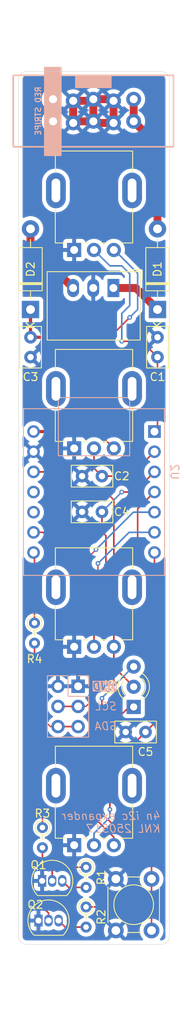
<source format=kicad_pcb>
(kicad_pcb (version 20240108) (generator "pcbnew") (generator_version "8.0")
  (layers (0 "F.Cu" signal) (31 "B.Cu" signal) (34 "B.Paste" user) (35 "F.Paste" user) (36 "B.SilkS" user "B.Silkscreen") (37 "F.SilkS" user "F.Silkscreen") (38 "B.Mask" user) (39 "F.Mask" user) (44 "Edge.Cuts" user))
  (net 0 "")
  (net 1 "+12V")
  (net 2 "Net-(J1--12V-Pad1)")
  (net 3 "GND")
  (net 4 "+5V")
  (net 5 "SCL")
  (net 6 "SW_1")
  (net 7 "P2_F")
  (net 8 "SDA")
  (net 9 "P3_F")
  (net 10 "P1_F")
  (net 11 "Net-(D1-A)")
  (net 12 "Net-(D2-A)")
  (net 13 "+3V3")
  (net 14 "P4_F")
  (net 17 "Net-(D3-K1)")
  (net 18 "Net-(D3-K2)")
  (net 19 "Net-(Q1-C)")
  (net 20 "Net-(Q2-C)")
  (net 21 "Net-(Q1-B)")
  (net 22 "Net-(Q2-B)")
  (net 23 "Net-(U2-PA7_A8_D8_SCK)")
  (net 24 "Net-(U2-PB09_A7_D7_RX)")
  (footprint "winterbloom:Tactile_Switch_6mm" (layer "F.Cu") (at 120 155 -90)
    (property "Reference" "SW1" (hide yes))
    (property "Value" "SW_Push" (hide yes))
    (fp_line (start -2.25 3.25) (end 2.25 3.25) (stroke (width 0.12)) (layer "F.SilkS"))
    (fp_line (start 3.5 0.75) (end 3.5 -0.75) (stroke (width 0.12)) (layer "F.SilkS"))
    (fp_line (start -3.5 -0.75) (end -3.5 0.75) (stroke (width 0.12)) (layer "F.SilkS"))
    (fp_line (start 2.25 -3.25) (end -2.25 -3.25) (stroke (width 0.12)) (layer "F.SilkS"))
    (fp_circle (center 0 0) (end 2.5 0) (stroke (width 0.12)) (fill none) (layer "F.SilkS"))
    (pad "1" thru_hole circle (at -3.25 -2.25) (size 2 2) (drill 1.1) (layers "*.Cu" "*.Mask") (net 6 "SW_1"))
    (pad "1" thru_hole circle (at 3.25 -2.25) (size 2 2) (drill 1.1) (layers "*.Cu" "*.Mask") (net 6 "SW_1"))
    (pad "2" thru_hole circle (at -3.25 2.25) (size 2 2) (drill 1.1) (layers "*.Cu" "*.Mask") (net 3 "GND"))
    (pad "2" thru_hole circle (at 3.25 2.25) (size 2 2) (drill 1.1) (layers "*.Cu" "*.Mask") (net 3 "GND"))
  )
  (footprint "Diode_THT:D_DO-41_SOD81_P10.16mm_Horizontal" (layer "F.Cu") (at 107 80 90)
    (property "Reference" "D2" (at 5.08 0 90) (layer "F.SilkS"))
    (property "Value" "1N5819")
    (fp_line (start 7.8 -1.47) (end 2.36 -1.47) (stroke (width 0.12)) (layer "F.SilkS"))
    (fp_line (start 3.38 -1.47) (end 3.38 1.47) (stroke (width 0.12)) (layer "F.SilkS"))
    (fp_line (start 3.26 -1.47) (end 3.26 1.47) (stroke (width 0.12)) (layer "F.SilkS"))
    (fp_line (start 3.14 -1.47) (end 3.14 1.47) (stroke (width 0.12)) (layer "F.SilkS"))
    (fp_line (start 2.36 -1.47) (end 2.36 1.47) (stroke (width 0.12)) (layer "F.SilkS"))
    (fp_line (start 8.82 0) (end 7.8 0) (stroke (width 0.12)) (layer "F.SilkS"))
    (fp_line (start 1.34 0) (end 2.36 0) (stroke (width 0.12)) (layer "F.SilkS"))
    (fp_line (start 7.8 1.47) (end 7.8 -1.47) (stroke (width 0.12)) (layer "F.SilkS"))
    (fp_line (start 2.36 1.47) (end 7.8 1.47) (stroke (width 0.12)) (layer "F.SilkS"))
    (fp_text user "K" (at -2 0 -90) (layer "F.SilkS"))
    (pad "1" thru_hole rect (at 0 0 90) (size 2.2 2.2) (drill 1.1) (layers "*.Cu" "*.Mask") (net 4 "+5V"))
    (pad "2" thru_hole oval (at 10.16 0 90) (size 2.2 2.2) (drill 1.1) (layers "*.Cu" "*.Mask") (net 12 "Net-(D2-A)"))
  )
  (footprint "winterbloom:Potentiometer_Alpha_R0904N" (layer "F.Cu") (at 115 65)
    (property "Reference" "RV1")
    (property "Value" "Eurorack_Pot" (hide yes))
    (fp_line (start -4.88 6.62) (end -4.88 2.34634) (stroke (width 0.12)) (layer "F.SilkS"))
    (fp_line (start -4.87 -2.34504) (end -4.87 -4.97) (stroke (width 0.12)) (layer "F.SilkS"))
    (fp_line (start -3.69 6.62) (end -4.87 6.62) (stroke (width 0.12)) (layer "F.SilkS"))
    (fp_line (start -0.79 6.62) (end -1.32 6.62) (stroke (width 0.12)) (layer "F.SilkS"))
    (fp_line (start 1.66 6.62) (end 0.83 6.62) (stroke (width 0.12)) (layer "F.SilkS"))
    (fp_line (start 4.87 -4.97) (end -4.87 -4.97) (stroke (width 0.12)) (layer "F.SilkS"))
    (fp_line (start 4.87 -2.3298) (end 4.87 -4.97) (stroke (width 0.12)) (layer "F.SilkS"))
    (fp_line (start 4.87 6.62) (end 3.38 6.62) (stroke (width 0.12)) (layer "F.SilkS"))
    (fp_line (start 4.87 6.62) (end 4.87 2.32602) (stroke (width 0.12)) (layer "F.SilkS"))
    (pad "" thru_hole oval (at -4.8 0 180) (size 2.5 4.5) (drill oval 1.1 3) (layers "*.Cu" "*.Mask"))
    (pad "" thru_hole oval (at 4.8 0 180) (size 2.5 4.5) (drill oval 1.1 3) (layers "*.Cu" "*.Mask"))
    (pad "1" thru_hole rect (at -2.5 7.5 180) (size 1.8 1.8) (drill 1) (layers "*.Cu" "*.Mask") (net 3 "GND"))
    (pad "2" thru_hole circle (at 0 7.5 180) (size 1.8 1.8) (drill 1) (layers "*.Cu" "*.Mask") (net 10 "P1_F"))
    (pad "3" thru_hole circle (at 2.5 7.5 180) (size 1.8 1.8) (drill 1) (layers "*.Cu" "*.Mask") (net 13 "+3V3"))
  )
  (footprint "Resistor_THT:R_Axial_DIN0204_L3.6mm_D1.6mm_P2.54mm_Vertical" (layer "F.Cu") (at 108.5 145.28 -90)
    (property "Reference" "R3" (at -1.78 0 0) (layer "F.SilkS"))
    (property "Value" "R")
    (fp_line (start 0.92 0) (end 1.54 0) (stroke (width 0.12)) (layer "F.SilkS"))
    (fp_circle (center 0 0) (end 0.92 0) (stroke (width 0.12)) (fill none) (layer "F.SilkS"))
    (pad "1" thru_hole circle (at 0 0 270) (size 1.4 1.4) (drill 0.7) (layers "*.Cu" "*.Mask") (net 23 "Net-(U2-PA7_A8_D8_SCK)"))
    (pad "2" thru_hole oval (at 2.54 0 270) (size 1.4 1.4) (drill 0.7) (layers "*.Cu" "*.Mask") (net 21 "Net-(Q1-B)"))
  )
  (footprint "Converter_DCDC:Converter_DCDC_RECOM_R-78E-0.5_THT" (layer "F.Cu") (at 117.447 77.2925 180)
    (property "Reference" "U1" (hide yes))
    (property "Value" "R-78E5.0-0.5")
    (fp_line (start 8.35 -6.56) (end 8.35 2.06) (stroke (width 0.12)) (layer "F.SilkS"))
    (fp_line (start -3.371 2.06) (end 8.35 2.06) (stroke (width 0.12)) (layer "F.SilkS"))
    (fp_line (start -3.371 -6.56) (end 8.35 -6.56) (stroke (width 0.12)) (layer "F.SilkS"))
    (fp_line (start -3.371 -6.56) (end -3.371 2.06) (stroke (width 0.12)) (layer "F.SilkS"))
    (fp_line (start -3.611 2.3) (end -2.371 2.3) (stroke (width 0.12)) (layer "F.SilkS"))
    (fp_line (start -3.611 1.06) (end -3.611 2.3) (stroke (width 0.12)) (layer "F.SilkS"))
    (pad "1" thru_hole rect (at 0 0 180) (size 1.5 2.3) (drill 1) (layers "*.Cu" "*.Mask") (net 1 "+12V"))
    (pad "2" thru_hole oval (at 2.54 0 180) (size 1.5 2.3) (drill 1) (layers "*.Cu" "*.Mask") (net 3 "GND"))
    (pad "3" thru_hole oval (at 5.08 0 180) (size 1.5 2.3) (drill 1) (layers "*.Cu" "*.Mask") (net 12 "Net-(D2-A)"))
  )
  (footprint "Resistor_THT:R_Axial_DIN0204_L3.6mm_D1.6mm_P2.54mm_Vertical" (layer "F.Cu") (at 107.5 119.5 -90)
    (property "Reference" "R4" (at 4.54 0 180) (layer "F.SilkS"))
    (property "Value" "R")
    (fp_line (start 0.92 0) (end 1.54 0) (stroke (width 0.12)) (layer "F.SilkS"))
    (fp_circle (center 0 0) (end 0.92 0) (stroke (width 0.12)) (fill none) (layer "F.SilkS"))
    (pad "1" thru_hole circle (at 0 0 270) (size 1.4 1.4) (drill 0.7) (layers "*.Cu" "*.Mask") (net 24 "Net-(U2-PB09_A7_D7_RX)"))
    (pad "2" thru_hole oval (at 2.54 0 270) (size 1.4 1.4) (drill 0.7) (layers "*.Cu" "*.Mask") (net 22 "Net-(Q2-B)"))
  )
  (footprint "Capacitor_THT:C_Disc_D5.0mm_W2.5mm_P2.50mm" (layer "F.Cu") (at 116 105.5 180)
    (property "Reference" "C4" (at -2.5 0 0) (layer "F.SilkS"))
    (property "Value" "C")
    (fp_line (start 3.87 -1.37) (end 3.87 1.37) (stroke (width 0.12)) (layer "F.SilkS"))
    (fp_line (start -1.37 1.37) (end 3.87 1.37) (stroke (width 0.12)) (layer "F.SilkS"))
    (fp_line (start -1.37 -1.37) (end 3.87 -1.37) (stroke (width 0.12)) (layer "F.SilkS"))
    (fp_line (start -1.37 -1.37) (end -1.37 1.37) (stroke (width 0.12)) (layer "F.SilkS"))
    (pad "1" thru_hole circle (at 0 0 180) (size 1.6 1.6) (drill 0.8) (layers "*.Cu" "*.Mask") (net 9 "P3_F"))
    (pad "2" thru_hole circle (at 2.5 0 180) (size 1.6 1.6) (drill 0.8) (layers "*.Cu" "*.Mask") (net 3 "GND"))
  )
  (footprint "Package_TO_SOT_THT:TO-92_Inline" (layer "F.Cu") (at 108 157)
    (property "Reference" "Q2" (at -0.387675 -2.007106 0) (layer "F.SilkS"))
    (property "Value" "PN2222A")
    (fp_line (start -0.53 1.85) (end 3.07 1.85) (stroke (width 0.12)) (layer "F.SilkS"))
    (fp_arc (start -0.568478 1.838478) (mid -1.132087 -0.994977) (end 1.27 -2.6) (stroke (width 0.12)) (layer "F.SilkS"))
    (fp_arc (start 1.27 -2.6) (mid 3.672087 -0.994977) (end 3.108478 1.838478) (stroke (width 0.12)) (layer "F.SilkS"))
    (pad "1" thru_hole rect (at 0 0) (size 1.05 1.5) (drill 0.75) (layers "*.Cu" "*.Mask") (net 3 "GND"))
    (pad "2" thru_hole oval (at 1.27 0) (size 1.05 1.5) (drill 0.75) (layers "*.Cu" "*.Mask") (net 22 "Net-(Q2-B)"))
    (pad "3" thru_hole oval (at 2.54 0) (size 1.05 1.5) (drill 0.75) (layers "*.Cu" "*.Mask") (net 20 "Net-(Q2-C)"))
  )
  (footprint "LED_THT:LED_D3.0mm-3" (layer "F.Cu") (at 120 130.08 90)
    (property "Reference" "D3" (at 2.54 -2.96 90) (layer "F.SilkS"))
    (property "Value" "LED_Dual_KAK")
    (fp_line (start 0.98 -1.236) (end 0.98 -1.08) (stroke (width 0.12)) (layer "F.SilkS"))
    (fp_line (start 0.98 1.08) (end 0.98 1.236) (stroke (width 0.12)) (layer "F.SilkS"))
    (fp_arc (start 0.98 -1.235516) (mid 2.635624 -1.987701) (end 4.211397 -1.080061) (stroke (width 0.12)) (layer "F.SilkS"))
    (fp_arc (start 1.499039 -1.08) (mid 2.539965 -1.5) (end 3.58091 -1.080049) (stroke (width 0.12)) (layer "F.SilkS"))
    (fp_arc (start 3.58091 1.080049) (mid 2.539965 1.5) (end 1.499039 1.08) (stroke (width 0.12)) (layer "F.SilkS"))
    (fp_arc (start 4.211397 1.080061) (mid 2.635624 1.987701) (end 0.98 1.235516) (stroke (width 0.12)) (layer "F.SilkS"))
    (pad "1" thru_hole rect (at 0 0 90) (size 1.8 1.8) (drill 0.9) (layers "*.Cu" "*.Mask") (net 17 "Net-(D3-K1)"))
    (pad "2" thru_hole circle (at 2.54 0 90) (size 1.8 1.8) (drill 0.9) (layers "*.Cu" "*.Mask") (net 13 "+3V3"))
    (pad "3" thru_hole circle (at 5.08 0 90) (size 1.8 1.8) (drill 0.9) (layers "*.Cu" "*.Mask") (net 18 "Net-(D3-K2)"))
  )
  (footprint "Package_TO_SOT_THT:TO-92_Inline" (layer "F.Cu") (at 108.46 152)
    (property "Reference" "Q1" (at -0.46 -2 180) (layer "F.SilkS"))
    (property "Value" "PN2222A")
    (fp_line (start -0.53 1.85) (end 3.07 1.85) (stroke (width 0.12)) (layer "F.SilkS"))
    (fp_arc (start -0.568478 1.838478) (mid -1.132087 -0.994977) (end 1.27 -2.6) (stroke (width 0.12)) (layer "F.SilkS"))
    (fp_arc (start 1.27 -2.6) (mid 3.672087 -0.994977) (end 3.108478 1.838478) (stroke (width 0.12)) (layer "F.SilkS"))
    (pad "1" thru_hole rect (at 0 0) (size 1.05 1.5) (drill 0.75) (layers "*.Cu" "*.Mask") (net 3 "GND"))
    (pad "2" thru_hole oval (at 1.27 0) (size 1.05 1.5) (drill 0.75) (layers "*.Cu" "*.Mask") (net 21 "Net-(Q1-B)"))
    (pad "3" thru_hole oval (at 2.54 0) (size 1.05 1.5) (drill 0.75) (layers "*.Cu" "*.Mask") (net 19 "Net-(Q1-C)"))
  )
  (footprint "winterbloom:Potentiometer_Alpha_R0904N" (layer "F.Cu") (at 115 140)
    (property "Reference" "RV4")
    (property "Value" "Eurorack_Pot" (hide yes))
    (fp_line (start -4.88 6.62) (end -4.88 2.34634) (stroke (width 0.12)) (layer "F.SilkS"))
    (fp_line (start -4.87 -2.34504) (end -4.87 -4.97) (stroke (width 0.12)) (layer "F.SilkS"))
    (fp_line (start -3.69 6.62) (end -4.87 6.62) (stroke (width 0.12)) (layer "F.SilkS"))
    (fp_line (start -0.79 6.62) (end -1.32 6.62) (stroke (width 0.12)) (layer "F.SilkS"))
    (fp_line (start 1.66 6.62) (end 0.83 6.62) (stroke (width 0.12)) (layer "F.SilkS"))
    (fp_line (start 4.87 -4.97) (end -4.87 -4.97) (stroke (width 0.12)) (layer "F.SilkS"))
    (fp_line (start 4.87 -2.3298) (end 4.87 -4.97) (stroke (width 0.12)) (layer "F.SilkS"))
    (fp_line (start 4.87 6.62) (end 3.38 6.62) (stroke (width 0.12)) (layer "F.SilkS"))
    (fp_line (start 4.87 6.62) (end 4.87 2.32602) (stroke (width 0.12)) (layer "F.SilkS"))
    (pad "" thru_hole oval (at -4.8 0 180) (size 2.5 4.5) (drill oval 1.1 3) (layers "*.Cu" "*.Mask"))
    (pad "" thru_hole oval (at 4.8 0 180) (size 2.5 4.5) (drill oval 1.1 3) (layers "*.Cu" "*.Mask"))
    (pad "1" thru_hole rect (at -2.5 7.5 180) (size 1.8 1.8) (drill 1) (layers "*.Cu" "*.Mask") (net 3 "GND"))
    (pad "2" thru_hole circle (at 0 7.5 180) (size 1.8 1.8) (drill 1) (layers "*.Cu" "*.Mask") (net 14 "P4_F"))
    (pad "3" thru_hole circle (at 2.5 7.5 180) (size 1.8 1.8) (drill 1) (layers "*.Cu" "*.Mask") (net 13 "+3V3"))
  )
  (footprint "Capacitor_THT:C_Disc_D5.0mm_W2.5mm_P2.50mm" (layer "F.Cu") (at 121.491144 133.241144 180)
    (property "Reference" "C5" (at 0 -2.5 0) (layer "F.SilkS"))
    (property "Value" "C")
    (fp_line (start 3.87 -1.37) (end 3.87 1.37) (stroke (width 0.12)) (layer "F.SilkS"))
    (fp_line (start -1.37 1.37) (end 3.87 1.37) (stroke (width 0.12)) (layer "F.SilkS"))
    (fp_line (start -1.37 -1.37) (end 3.87 -1.37) (stroke (width 0.12)) (layer "F.SilkS"))
    (fp_line (start -1.37 -1.37) (end -1.37 1.37) (stroke (width 0.12)) (layer "F.SilkS"))
    (pad "1" thru_hole circle (at 0 0 180) (size 1.6 1.6) (drill 0.8) (layers "*.Cu" "*.Mask") (net 14 "P4_F"))
    (pad "2" thru_hole circle (at 2.5 0 180) (size 1.6 1.6) (drill 0.8) (layers "*.Cu" "*.Mask") (net 3 "GND"))
  )
  (footprint "Resistor_THT:R_Axial_DIN0204_L3.6mm_D1.6mm_P2.54mm_Vertical" (layer "F.Cu") (at 114 150.28 -90)
    (property "Reference" "R1" (at 1.27 -1.92 90) (layer "F.SilkS"))
    (property "Value" "R")
    (fp_line (start 0.92 0) (end 1.54 0) (stroke (width 0.12)) (layer "F.SilkS"))
    (fp_circle (center 0 0) (end 0.92 0) (stroke (width 0.12)) (fill none) (layer "F.SilkS"))
    (pad "1" thru_hole circle (at 0 0 270) (size 1.4 1.4) (drill 0.7) (layers "*.Cu" "*.Mask") (net 18 "Net-(D3-K2)"))
    (pad "2" thru_hole oval (at 2.54 0 270) (size 1.4 1.4) (drill 0.7) (layers "*.Cu" "*.Mask") (net 19 "Net-(Q1-C)"))
  )
  (footprint "Capacitor_THT:C_Disc_D5.0mm_W2.5mm_P2.50mm" (layer "F.Cu") (at 116 101 180)
    (property "Reference" "C2" (at -2.5 0 0) (layer "F.SilkS"))
    (property "Value" "C")
    (fp_line (start 3.87 -1.37) (end 3.87 1.37) (stroke (width 0.12)) (layer "F.SilkS"))
    (fp_line (start -1.37 1.37) (end 3.87 1.37) (stroke (width 0.12)) (layer "F.SilkS"))
    (fp_line (start -1.37 -1.37) (end 3.87 -1.37) (stroke (width 0.12)) (layer "F.SilkS"))
    (fp_line (start -1.37 -1.37) (end -1.37 1.37) (stroke (width 0.12)) (layer "F.SilkS"))
    (pad "1" thru_hole circle (at 0 0 180) (size 1.6 1.6) (drill 0.8) (layers "*.Cu" "*.Mask") (net 7 "P2_F"))
    (pad "2" thru_hole circle (at 2.5 0 180) (size 1.6 1.6) (drill 0.8) (layers "*.Cu" "*.Mask") (net 3 "GND"))
  )
  (footprint "Diode_THT:D_DO-41_SOD81_P10.16mm_Horizontal" (layer "F.Cu") (at 123 80 90)
    (property "Reference" "D1" (at 5.08 0 90) (layer "F.SilkS"))
    (property "Value" "1N5819")
    (fp_line (start 7.8 -1.47) (end 2.36 -1.47) (stroke (width 0.12)) (layer "F.SilkS"))
    (fp_line (start 3.38 -1.47) (end 3.38 1.47) (stroke (width 0.12)) (layer "F.SilkS"))
    (fp_line (start 3.26 -1.47) (end 3.26 1.47) (stroke (width 0.12)) (layer "F.SilkS"))
    (fp_line (start 3.14 -1.47) (end 3.14 1.47) (stroke (width 0.12)) (layer "F.SilkS"))
    (fp_line (start 2.36 -1.47) (end 2.36 1.47) (stroke (width 0.12)) (layer "F.SilkS"))
    (fp_line (start 8.82 0) (end 7.8 0) (stroke (width 0.12)) (layer "F.SilkS"))
    (fp_line (start 1.34 0) (end 2.36 0) (stroke (width 0.12)) (layer "F.SilkS"))
    (fp_line (start 7.8 1.47) (end 7.8 -1.47) (stroke (width 0.12)) (layer "F.SilkS"))
    (fp_line (start 2.36 1.47) (end 7.8 1.47) (stroke (width 0.12)) (layer "F.SilkS"))
    (fp_text user "K" (at -1.92 0 90) (layer "F.SilkS"))
    (pad "1" thru_hole rect (at 0 0 90) (size 2.2 2.2) (drill 1.1) (layers "*.Cu" "*.Mask") (net 1 "+12V"))
    (pad "2" thru_hole oval (at 10.16 0 90) (size 2.2 2.2) (drill 1.1) (layers "*.Cu" "*.Mask") (net 11 "Net-(D1-A)"))
  )
  (footprint "winterbloom:Potentiometer_Alpha_R0904N" (layer "F.Cu") (at 115 90)
    (property "Reference" "RV2")
    (property "Value" "Eurorack_Pot" (hide yes))
    (fp_line (start -4.88 6.62) (end -4.88 2.34634) (stroke (width 0.12)) (layer "F.SilkS"))
    (fp_line (start -4.87 -2.34504) (end -4.87 -4.97) (stroke (width 0.12)) (layer "F.SilkS"))
    (fp_line (start -3.69 6.62) (end -4.87 6.62) (stroke (width 0.12)) (layer "F.SilkS"))
    (fp_line (start -0.79 6.62) (end -1.32 6.62) (stroke (width 0.12)) (layer "F.SilkS"))
    (fp_line (start 1.66 6.62) (end 0.83 6.62) (stroke (width 0.12)) (layer "F.SilkS"))
    (fp_line (start 4.87 -4.97) (end -4.87 -4.97) (stroke (width 0.12)) (layer "F.SilkS"))
    (fp_line (start 4.87 -2.3298) (end 4.87 -4.97) (stroke (width 0.12)) (layer "F.SilkS"))
    (fp_line (start 4.87 6.62) (end 3.38 6.62) (stroke (width 0.12)) (layer "F.SilkS"))
    (fp_line (start 4.87 6.62) (end 4.87 2.32602) (stroke (width 0.12)) (layer "F.SilkS"))
    (pad "" thru_hole oval (at -4.8 0 180) (size 2.5 4.5) (drill oval 1.1 3) (layers "*.Cu" "*.Mask"))
    (pad "" thru_hole oval (at 4.8 0 180) (size 2.5 4.5) (drill oval 1.1 3) (layers "*.Cu" "*.Mask"))
    (pad "1" thru_hole rect (at -2.5 7.5 180) (size 1.8 1.8) (drill 1) (layers "*.Cu" "*.Mask") (net 3 "GND"))
    (pad "2" thru_hole circle (at 0 7.5 180) (size 1.8 1.8) (drill 1) (layers "*.Cu" "*.Mask") (net 7 "P2_F"))
    (pad "3" thru_hole circle (at 2.5 7.5 180) (size 1.8 1.8) (drill 1) (layers "*.Cu" "*.Mask") (net 13 "+3V3"))
  )
  (footprint "winterbloom:Potentiometer_Alpha_R0904N" (layer "F.Cu") (at 115 115)
    (property "Reference" "RV3")
    (property "Value" "Eurorack_Pot" (hide yes))
    (fp_line (start -4.88 6.62) (end -4.88 2.34634) (stroke (width 0.12)) (layer "F.SilkS"))
    (fp_line (start -4.87 -2.34504) (end -4.87 -4.97) (stroke (width 0.12)) (layer "F.SilkS"))
    (fp_line (start -3.69 6.62) (end -4.87 6.62) (stroke (width 0.12)) (layer "F.SilkS"))
    (fp_line (start -0.79 6.62) (end -1.32 6.62) (stroke (width 0.12)) (layer "F.SilkS"))
    (fp_line (start 1.66 6.62) (end 0.83 6.62) (stroke (width 0.12)) (layer "F.SilkS"))
    (fp_line (start 4.87 -4.97) (end -4.87 -4.97) (stroke (width 0.12)) (layer "F.SilkS"))
    (fp_line (start 4.87 -2.3298) (end 4.87 -4.97) (stroke (width 0.12)) (layer "F.SilkS"))
    (fp_line (start 4.87 6.62) (end 3.38 6.62) (stroke (width 0.12)) (layer "F.SilkS"))
    (fp_line (start 4.87 6.62) (end 4.87 2.32602) (stroke (width 0.12)) (layer "F.SilkS"))
    (pad "" thru_hole oval (at -4.8 0 180) (size 2.5 4.5) (drill oval 1.1 3) (layers "*.Cu" "*.Mask"))
    (pad "" thru_hole oval (at 4.8 0 180) (size 2.5 4.5) (drill oval 1.1 3) (layers "*.Cu" "*.Mask"))
    (pad "1" thru_hole rect (at -2.5 7.5 180) (size 1.8 1.8) (drill 1) (layers "*.Cu" "*.Mask") (net 3 "GND"))
    (pad "2" thru_hole circle (at 0 7.5 180) (size 1.8 1.8) (drill 1) (layers "*.Cu" "*.Mask") (net 9 "P3_F"))
    (pad "3" thru_hole circle (at 2.5 7.5 180) (size 1.8 1.8) (drill 1) (layers "*.Cu" "*.Mask") (net 13 "+3V3"))
  )
  (footprint "Capacitor_THT:C_Disc_D5.0mm_W2.5mm_P2.50mm" (layer "F.Cu") (at 123 86 90)
    (property "Reference" "C1" (at -2.5 0 180) (layer "F.SilkS"))
    (property "Value" "C")
    (fp_line (start 3.87 -1.37) (end 3.87 1.37) (stroke (width 0.12)) (layer "F.SilkS"))
    (fp_line (start -1.37 -1.37) (end 3.87 -1.37) (stroke (width 0.12)) (layer "F.SilkS"))
    (fp_line (start -1.37 -1.37) (end -1.37 1.37) (stroke (width 0.12)) (layer "F.SilkS"))
    (fp_line (start -1.37 1.37) (end 3.87 1.37) (stroke (width 0.12)) (layer "F.SilkS"))
    (pad "1" thru_hole circle (at 0 0 90) (size 1.6 1.6) (drill 0.8) (layers "*.Cu" "*.Mask") (net 10 "P1_F"))
    (pad "2" thru_hole circle (at 2.5 0 90) (size 1.6 1.6) (drill 0.8) (layers "*.Cu" "*.Mask") (net 3 "GND"))
  )
  (footprint "Resistor_THT:R_Axial_DIN0204_L3.6mm_D1.6mm_P2.54mm_Vertical" (layer "F.Cu") (at 114 155.28 -90)
    (property "Reference" "R2" (at 1.27 -1.92 90) (layer "F.SilkS"))
    (property "Value" "R")
    (fp_line (start 0.92 0) (end 1.54 0) (stroke (width 0.12)) (layer "F.SilkS"))
    (fp_circle (center 0 0) (end 0.92 0) (stroke (width 0.12)) (fill none) (layer "F.SilkS"))
    (pad "1" thru_hole circle (at 0 0 270) (size 1.4 1.4) (drill 0.7) (layers "*.Cu" "*.Mask") (net 17 "Net-(D3-K1)"))
    (pad "2" thru_hole oval (at 2.54 0 270) (size 1.4 1.4) (drill 0.7) (layers "*.Cu" "*.Mask") (net 20 "Net-(Q2-C)"))
  )
  (footprint "Capacitor_THT:C_Disc_D5.0mm_W2.5mm_P2.50mm" (layer "F.Cu") (at 107 83.5 -90)
    (property "Reference" "C3" (at 5 0 0) (layer "F.SilkS"))
    (property "Value" "C")
    (fp_line (start -1.37 1.37) (end 3.87 1.37) (stroke (width 0.12)) (layer "F.SilkS"))
    (fp_line (start -1.37 -1.37) (end -1.37 1.37) (stroke (width 0.12)) (layer "F.SilkS"))
    (fp_line (start -1.37 -1.37) (end 3.87 -1.37) (stroke (width 0.12)) (layer "F.SilkS"))
    (fp_line (start 3.87 -1.37) (end 3.87 1.37) (stroke (width 0.12)) (layer "F.SilkS"))
    (pad "1" thru_hole circle (at 0 0 270) (size 1.6 1.6) (drill 0.8) (layers "*.Cu" "*.Mask") (net 4 "+5V"))
    (pad "2" thru_hole circle (at 2.5 0 270) (size 1.6 1.6) (drill 0.8) (layers "*.Cu" "*.Mask") (net 3 "GND"))
  )
  (footprint "Connector_PinHeader_2.54mm:PinHeader_2x03_P2.54mm_Vertical" (layer "B.Cu") (at 113 127.475 180)
    (property "Reference" "J2" (hide yes))
    (property "Value" "Conn_02x03_Odd_Even")
    (fp_line (start 3.87 1.33) (end 1.27 1.33) (stroke (width 0.12)) (layer "B.SilkS"))
    (fp_line (start 3.87 -6.41) (end 3.87 1.33) (stroke (width 0.12)) (layer "B.SilkS"))
    (fp_line (start 3.87 -6.41) (end -1.33 -6.41) (stroke (width 0.12)) (layer "B.SilkS"))
    (fp_line (start 1.27 1.33) (end 1.27 -1.27) (stroke (width 0.12)) (layer "B.SilkS"))
    (fp_line (start 1.27 -1.27) (end -1.33 -1.27) (stroke (width 0.12)) (layer "B.SilkS"))
    (fp_line (start 0 1.33) (end -1.33 1.33) (stroke (width 0.12)) (layer "B.SilkS"))
    (fp_line (start -1.33 1.33) (end -1.33 0) (stroke (width 0.12)) (layer "B.SilkS"))
    (fp_line (start -1.33 -6.41) (end -1.33 -1.27) (stroke (width 0.12)) (layer "B.SilkS"))
    (pad "1" thru_hole rect (at 0 0 180) (size 1.7 1.7) (drill 1) (layers "*.Cu" "*.Mask") (net 3 "GND"))
    (pad "2" thru_hole oval (at 2.54 0 180) (size 1.7 1.7) (drill 1) (layers "*.Cu" "*.Mask") (net 3 "GND"))
    (pad "3" thru_hole oval (at 0 -2.54 180) (size 1.7 1.7) (drill 1) (layers "*.Cu" "*.Mask") (net 5 "SCL"))
    (pad "4" thru_hole oval (at 2.54 -2.54 180) (size 1.7 1.7) (drill 1) (layers "*.Cu" "*.Mask") (net 5 "SCL"))
    (pad "5" thru_hole oval (at 0 -5.08 180) (size 1.7 1.7) (drill 1) (layers "*.Cu" "*.Mask") (net 8 "SDA"))
    (pad "6" thru_hole oval (at 2.54 -5.08 180) (size 1.7 1.7) (drill 1) (layers "*.Cu" "*.Mask") (net 8 "SDA"))
  )
  (footprint "winterbloom:Eurorack_Power_2x5_Shrouded_Lock" (layer "B.Cu") (at 109.84 53.6016)
    (property "Reference" "J1" (hide yes))
    (property "Value" "Eurorack_Power" (hide yes))
    (fp_line (start -5.01904 -3.10134) (end 2.88036 -3.10134) (stroke (width 0.2032)) (layer "B.SilkS"))
    (fp_line (start -5.01904 5.79628) (end -5.01904 -3.10134) (stroke (width 0.2032)) (layer "B.SilkS"))
    (fp_line (start 2.88036 -3.10134) (end 7.27964 -3.10134) (stroke (width 0.2032)) (layer "B.SilkS"))
    (fp_line (start 2.88036 -1.60274) (end 2.88036 -3.10134) (stroke (width 0.2032)) (layer "B.SilkS"))
    (fp_line (start 7.27964 -3.10134) (end 7.27964 -1.60274) (stroke (width 0.2032)) (layer "B.SilkS"))
    (fp_line (start 7.27964 -3.10134) (end 15.17904 -3.10134) (stroke (width 0.2032)) (layer "B.SilkS"))
    (fp_line (start 7.27964 -1.60274) (end 2.88036 -1.60274) (stroke (width 0.2032)) (layer "B.SilkS"))
    (fp_line (start 15.17904 -3.10134) (end 15.17904 5.89534) (stroke (width 0.2032)) (layer "B.SilkS"))
    (fp_line (start 15.17904 5.89534) (end -5.01904 5.89534) (stroke (width 0.2032)) (layer "B.SilkS"))
    (fp_rect (start -1.08 7.007) (end 1.02 -4.122951) (stroke (width 0.12)) (fill solid) (layer "B.SilkS"))
    (fp_rect (start 2.88036 -1.60274) (end 7.27964 -3.10134) (stroke (width 0.12)) (fill solid) (layer "B.SilkS"))
    (fp_text user "RED STRIPE" (at -1.88 1.387 90) (layer "B.SilkS") (effects (font (size 0.7 0.7)) (justify mirror)))
    (pad "1" thru_hole circle (at 0 -0.1016 270) (size 1.8796 1.8796) (drill 1.016) (layers "*.Cu" "*.Mask") (net 2 "Net-(J1--12V-Pad1)"))
    (pad "2" thru_hole circle (at 0 2.6924 270) (size 1.8796 1.8796) (drill 1.016) (layers "*.Cu" "*.Mask") (net 2 "Net-(J1--12V-Pad1)"))
    (pad "3" thru_hole circle (at 2.54 0.1016 270) (size 1.8796 1.8796) (drill 1.016) (layers "*.Cu" "*.Mask") (net 3 "GND"))
    (pad "4" thru_hole circle (at 2.54 2.8956 270) (size 1.8796 1.8796) (drill 1.016) (layers "*.Cu" "*.Mask") (net 3 "GND"))
    (pad "5" thru_hole circle (at 5.08 -0.1016 270) (size 1.8796 1.8796) (drill 1.016) (layers "*.Cu" "*.Mask") (net 3 "GND"))
    (pad "6" thru_hole circle (at 5.08 2.6924 270) (size 1.8796 1.8796) (drill 1.016) (layers "*.Cu" "*.Mask") (net 3 "GND"))
    (pad "7" thru_hole circle (at 7.62 0.1016 270) (size 1.8796 1.8796) (drill 1.016) (layers "*.Cu" "*.Mask") (net 3 "GND"))
    (pad "8" thru_hole circle (at 7.62 2.8956 270) (size 1.8796 1.8796) (drill 1.016) (layers "*.Cu" "*.Mask") (net 3 "GND"))
    (pad "9" thru_hole circle (at 10.16 -0.1016 270) (size 1.8796 1.8796) (drill 1.016) (layers "*.Cu" "*.Mask") (net 11 "Net-(D1-A)"))
    (pad "10" thru_hole circle (at 10.16 2.6924 270) (size 1.8796 1.8796) (drill 1.016) (layers "*.Cu" "*.Mask") (net 11 "Net-(D1-A)"))
  )
  (footprint "XIAO_PCB:MOUDLE14P-2.54-21X17.8MM" (layer "B.Cu") (at 115 103 90)
    (property "Reference" "U2" (at 2.54 10.16 -90) (layer "B.SilkS") (effects (justify mirror)))
    (property "Value" "MOUDLE-SEEEDUINO-XIAO")
    (fp_rect (start 4.57 4.5) (end 11.9 -4.5) (stroke (width 0.12)) (fill none) (layer "B.SilkS"))
    (fp_rect (start -10.5 8.89) (end 10.5 -8.89) (stroke (width 0.12)) (fill none) (layer "B.SilkS"))
    (pad "1" thru_hole rect (at 7.62 7.62 90) (size 1.6 1.6) (drill 1) (layers "*.Cu" "*.Mask") (net 10 "P1_F"))
    (pad "2" thru_hole circle (at 5.08 7.62 90) (size 1.6 1.6) (drill 1) (layers "*.Cu" "*.Mask") (net 7 "P2_F"))
    (pad "3" thru_hole circle (at 2.54 7.62 90) (size 1.6 1.6) (drill 1) (layers "*.Cu" "*.Mask") (net 9 "P3_F"))
    (pad "4" thru_hole circle (at 0 7.62 90) (size 1.6 1.6) (drill 1) (layers "*.Cu" "*.Mask") (net 14 "P4_F"))
    (pad "5" thru_hole circle (at -2.54 7.62 90) (size 1.6 1.6) (drill 1) (layers "*.Cu" "*.Mask") (net 8 "SDA"))
    (pad "6" thru_hole circle (at -5.08 7.62 90) (size 1.6 1.6) (drill 1) (layers "*.Cu" "*.Mask") (net 5 "SCL"))
    (pad "7" thru_hole circle (at -7.62 7.62 90) (size 1.6 1.6) (drill 1) (layers "*.Cu" "*.Mask") (net 6 "SW_1"))
    (pad "8" thru_hole circle (at -7.62 -7.62 90) (size 1.6 1.6) (drill 1) (layers "*.Cu" "*.Mask") (net 24 "Net-(U2-PB09_A7_D7_RX)"))
    (pad "9" thru_hole circle (at -5.08 -7.62 90) (size 1.6 1.6) (drill 1) (layers "*.Cu" "*.Mask") (net 23 "Net-(U2-PA7_A8_D8_SCK)"))
    (pad "10" thru_hole circle (at -2.54 -7.62 90) (size 1.6 1.6) (drill 1) (layers "*.Cu" "*.Mask"))
    (pad "11" thru_hole circle (at 0 -7.62 90) (size 1.6 1.6) (drill 1) (layers "*.Cu" "*.Mask"))
    (pad "12" thru_hole circle (at 2.54 -7.62 90) (size 1.6 1.6) (drill 1) (layers "*.Cu" "*.Mask") (net 13 "+3V3"))
    (pad "13" thru_hole circle (at 5.08 -7.62 90) (size 1.6 1.6) (drill 1) (layers "*.Cu" "*.Mask") (net 3 "GND"))
    (pad "14" thru_hole circle (at 7.62 -7.62 90) (size 1.6 1.6) (drill 1) (layers "*.Cu" "*.Mask") (net 4 "+5V"))
  )
  (gr_line (start 124.5 159) (end 124.5 51) (stroke (width 0.05)) (layer "Edge.Cuts"))
  (gr_line (start 106.5 160) (end 123.5 160) (stroke (width 0.05)) (layer "Edge.Cuts"))
  (gr_line (start 123.5 50) (end 106.5 50) (stroke (width 0.05)) (layer "Edge.Cuts"))
  (gr_arc (start 105.5 51) (mid 105.792893 50.292893) (end 106.5 50) (stroke (width 0.05)) (layer "Edge.Cuts"))
  (gr_arc (start 123.5 50) (mid 124.207107 50.292893) (end 124.5 51) (stroke (width 0.05)) (layer "Edge.Cuts"))
  (gr_arc (start 106.5 160) (mid 105.792893 159.707107) (end 105.5 159) (stroke (width 0.05)) (layer "Edge.Cuts"))
  (gr_arc (start 124.5 159) (mid 124.207107 159.707107) (end 123.5 160) (stroke (width 0.05)) (layer "Edge.Cuts"))
  (gr_line (start 105.5 51) (end 105.5 159) (stroke (width 0.05)) (layer "Edge.Cuts"))
  (gr_text "SDA" (at 118 132.5 0) (layer "B.SilkS") (effects (font (size 1 1) (thickness 0.125) (italic yes)) (justify left mirror)))
  (gr_text "GND" (at 118 127.5 0) (layer "B.SilkS" knockout) (effects (font (size 1 1) (thickness 0.125) (italic yes)) (justify left mirror)))
  (gr_text "4n i2c expander\nKNL 250517" (at 123.5 146 0) (layer "B.SilkS") (effects (font (size 1 1) (thickness 0.125) (italic yes)) (justify left bottom mirror)))
  (gr_text "SCL" (at 118 130 0) (layer "B.SilkS") (effects (font (size 1 1) (thickness 0.125) (italic yes)) (justify left mirror)))
  (segment (start 120.2925 77.2925) (end 117.447 77.2925) (width 1) (layer "F.Cu") (net 1))
  (segment (start 123 80) (end 120.2925 77.2925) (width 1) (layer "F.Cu") (net 1))
  (segment (start 112.38 53.7032) (end 114.7168 53.7032) (width 1) (layer "F.Cu") (net 3))
  (segment (start 114.7168 53.7032) (end 114.92 53.5) (width 1) (layer "F.Cu") (net 3))
  (segment (start 117.46 56.4972) (end 117.46 53.7032) (width 1) (layer "F.Cu") (net 3))
  (segment (start 112.38 56.4972) (end 112.38 53.7032) (width 1) (layer "F.Cu") (net 3))
  (segment (start 115.1232 56.4972) (end 114.92 56.294) (width 1) (layer "F.Cu") (net 3))
  (segment (start 112.5832 56.294) (end 112.38 56.4972) (width 1) (layer "F.Cu") (net 3))
  (segment (start 117.46 56.4972) (end 115.1232 56.4972) (width 1) (layer "F.Cu") (net 3))
  (segment (start 117.2568 53.5) (end 117.46 53.7032) (width 1) (layer "F.Cu") (net 3))
  (segment (start 114.92 56.294) (end 112.5832 56.294) (width 1) (layer "F.Cu") (net 3))
  (segment (start 114.92 53.5) (end 117.2568 53.5) (width 1) (layer "F.Cu") (net 3))
  (segment (start 114.92 56.294) (end 114.92 53.5) (width 1) (layer "F.Cu") (net 3))
  (segment (start 107 83.5) (end 108.67 83.5) (width 0.4) (layer "F.Cu") (net 4))
  (segment (start 112.5 92.5) (end 109.62 95.38) (width 0.4) (layer "F.Cu") (net 4))
  (segment (start 112.5 87.33) (end 112.5 92.5) (width 0.4) (layer "F.Cu") (net 4))
  (segment (start 107 81.83) (end 107 83.5) (width 0.4) (layer "F.Cu") (net 4))
  (segment (start 109.62 95.38) (end 107.38 95.38) (width 0.4) (layer "F.Cu") (net 4))
  (segment (start 108.67 83.5) (end 112.5 87.33) (width 0.4) (layer "F.Cu") (net 4))
  (segment (start 107 80.16) (end 107 81.83) (width 0.4) (layer "F.Cu") (net 4))
  (segment (start 113.985 130.015) (end 113 130.015) (width 0.15) (layer "F.Cu") (net 5))
  (segment (start 113 130.015) (end 110.46 130.015) (width 0.2) (layer "F.Cu") (net 5))
  (segment (start 112 125.5) (end 114 125.5) (width 0.15) (layer "F.Cu") (net 5))
  (segment (start 114 125.5) (end 114.5 126) (width 0.15) (layer "F.Cu") (net 5))
  (segment (start 115.5 116.5) (end 110.5 121.5) (width 0.15) (layer "F.Cu") (net 5))
  (segment (start 110.5 121.5) (end 110.5 124) (width 0.15) (layer "F.Cu") (net 5))
  (segment (start 114.5 129.5) (end 113.985 130.015) (width 0.15) (layer "F.Cu") (net 5))
  (segment (start 110.5 124) (end 112 125.5) (width 0.15) (layer "F.Cu") (net 5))
  (segment (start 115.5 112) (end 115.5 116.5) (width 0.15) (layer "F.Cu") (net 5))
  (segment (start 114.5 126) (end 114.5 129.5) (width 0.15) (layer "F.Cu") (net 5))
  (via (at 115.5 112) (size 0.6) (drill 0.3) (layers "F.Cu" "B.Cu") (net 5))
  (segment (start 119.42 108.08) (end 122.62 108.08) (width 0.2) (layer "B.Cu") (net 5))
  (segment (start 115.5 112) (end 119.42 108.08) (width 0.2) (layer "B.Cu") (net 5))
  (segment (start 122.62 112.12) (end 123.5 113) (width 0.2) (layer "F.Cu") (net 6))
  (segment (start 122.25 136.25) (end 122.25 151.75) (width 0.2) (layer "F.Cu") (net 6))
  (segment (start 123.5 113) (end 123.5 135) (width 0.2) (layer "F.Cu") (net 6))
  (segment (start 122.62 110.62) (end 122.62 112.12) (width 0.2) (layer "F.Cu") (net 6))
  (segment (start 123.5 135) (end 122.25 136.25) (width 0.2) (layer "F.Cu") (net 6))
  (segment (start 122.25 151.75) (end 122.25 158.25) (width 0.2) (layer "F.Cu") (net 6))
  (segment (start 116 101) (end 119.54 101) (width 0.2) (layer "F.Cu") (net 7))
  (segment (start 115 97.5) (end 115 100) (width 0.2) (layer "F.Cu") (net 7))
  (segment (start 115 100) (end 116 101) (width 0.2) (layer "F.Cu") (net 7))
  (segment (start 119.54 101) (end 122.62 97.92) (width 0.2) (layer "F.Cu") (net 7))
  (segment (start 109.758898 124.991102) (end 108.5 126.25) (width 0.15) (layer "F.Cu") (net 8))
  (segment (start 109.5075 132.555) (end 110.46 132.555) (width 0.15) (layer "F.Cu") (net 8))
  (segment (start 109.758898 120.991102) (end 109.758898 124.991102) (width 0.15) (layer "F.Cu") (net 8))
  (segment (start 114.5 116.25) (end 109.758898 120.991102) (width 0.15) (layer "F.Cu") (net 8))
  (segment (start 108.5 126.25) (end 108.5 131.5475) (width 0.15) (layer "F.Cu") (net 8))
  (segment (start 115.25 110.25) (end 114.5 111) (width 0.15) (layer "F.Cu") (net 8))
  (segment (start 108.5 131.5475) (end 109.5075 132.555) (width 0.15) (layer "F.Cu") (net 8))
  (segment (start 110.46 132.555) (end 113 132.555) (width 0.2) (layer "F.Cu") (net 8))
  (segment (start 114.5 111) (end 114.5 116.25) (width 0.15) (layer "F.Cu") (net 8))
  (via (at 115.25 110.25) (size 0.6) (drill 0.3) (layers "F.Cu" "B.Cu") (net 8))
  (segment (start 119.96 105.54) (end 122.62 105.54) (width 0.2) (layer "B.Cu") (net 8))
  (segment (start 115.25 110.25) (end 119.96 105.54) (width 0.2) (layer "B.Cu") (net 8))
  (segment (start 116.5 118.5) (end 115 120) (width 0.2) (layer "F.Cu") (net 9))
  (segment (start 115 120) (end 115 122.5) (width 0.2) (layer "F.Cu") (net 9))
  (segment (start 116 105.5) (end 116 108) (width 0.2) (layer "F.Cu") (net 9))
  (segment (start 116 108) (end 116.5 108.5) (width 0.2) (layer "F.Cu") (net 9))
  (segment (start 116.5 108.5) (end 116.5 118.5) (width 0.2) (layer "F.Cu") (net 9))
  (segment (start 118.5 103) (end 120.08 103) (width 0.2) (layer "F.Cu") (net 9))
  (segment (start 120.08 103) (end 122.62 100.46) (width 0.2) (layer "F.Cu") (net 9))
  (via (at 118.5 103) (size 0.6) (drill 0.3) (layers "F.Cu" "B.Cu") (net 9))
  (segment (start 118.5 103) (end 116 105.5) (width 0.2) (layer "B.Cu") (net 9))
  (segment (start 118.5 84) (end 121 84) (width 0.2) (layer "F.Cu") (net 10))
  (segment (start 122.62 95.36) (end 122.62 95.38) (width 0.2) (layer "F.Cu") (net 10))
  (segment (start 123 95) (end 123 86) (width 0.2) (layer "F.Cu") (net 10))
  (segment (start 121 84) (end 123 86) (width 0.2) (layer "F.Cu") (net 10))
  (segment (start 122.62 95.38) (end 123 95) (width 0.2) (layer "F.Cu") (net 10))
  (via (at 118.5 84) (size 0.6) (drill 0.3) (layers "F.Cu" "B.Cu") (net 10))
  (segment (start 117 74.5) (end 115 72.5) (width 0.2) (layer "B.Cu") (net 10))
  (segment (start 119.5 79.5) (end 119.5 75.5) (width 0.2) (layer "B.Cu") (net 10))
  (segment (start 118.5 80.5) (end 119.5 79.5) (width 0.2) (layer "B.Cu") (net 10))
  (segment (start 118.5 74.5) (end 117 74.5) (width 0.2) (layer "B.Cu") (net 10))
  (segment (start 119.5 75.5) (end 118.5 74.5) (width 0.2) (layer "B.Cu") (net 10))
  (segment (start 118.5 84) (end 118.5 80.5) (width 0.2) (layer "B.Cu") (net 10))
  (segment (start 123 69.84) (end 123 59.342206) (width 1) (layer "F.Cu") (net 11))
  (segment (start 120 56.294) (end 120 53.5) (width 1) (layer "F.Cu") (net 11))
  (segment (start 120 56.294) (end 123 59.294) (width 1) (layer "F.Cu") (net 11))
  (segment (start 107 71.9255) (end 107 69.84) (width 1) (layer "F.Cu") (net 12))
  (segment (start 112.367 77.2925) (end 107 71.9255) (width 1) (layer "F.Cu") (net 12))
  (segment (start 117.5 122.5) (end 117.5 130.5) (width 0.2) (layer "F.Cu") (net 13))
  (segment (start 116.5 90) (end 110 96.5) (width 0.2) (layer "F.Cu") (net 13))
  (segment (start 109 100.46) (end 107.38 100.46) (width 0.2) (layer "F.Cu") (net 13))
  (segment (start 116 132) (end 116 135) (width 0.2) (layer "F.Cu") (net 13))
  (segment (start 117.5 122.5) (end 117.5 104) (width 0.2) (layer "F.Cu") (net 13))
  (segment (start 116 135) (end 114.5 136.5) (width 0.2) (layer "F.Cu") (net 13))
  (segment (start 115.25 95.25) (end 117.5 97.5) (width 0.2) (layer "F.Cu") (net 13))
  (segment (start 111.25 95.25) (end 115.25 95.25) (width 0.2) (layer "F.Cu") (net 13))
  (segment (start 116.5 84) (end 116.5 90) (width 0.2) (layer "F.Cu") (net 13))
  (segment (start 117.5 104) (end 116.5 103) (width 0.2) (layer "F.Cu") (net 13))
  (segment (start 117.5 125.04) (end 120 127.54) (width 0.2) (layer "F.Cu") (net 13))
  (segment (start 114.5 143.5) (end 117.5 146.5) (width 0.2) (layer "F.Cu") (net 13))
  (segment (start 117.5 130.5) (end 116 132) (width 0.2) (layer "F.Cu") (net 13))
  (segment (start 111.54 103) (end 109 100.46) (width 0.2) (layer "F.Cu") (net 13))
  (segment (start 114.5 136.5) (end 114.5 143.5) (width 0.2) (layer "F.Cu") (net 13))
  (segment (start 117.5 146.5) (end 117.5 147.5) (width 0.2) (layer "F.Cu") (net 13))
  (segment (start 110 96.5) (end 110 99.46) (width 0.2) (layer "F.Cu") (net 13))
  (segment (start 110 99.46) (end 109 100.46) (width 0.2) (layer "F.Cu") (net 13))
  (segment (start 116.5 103) (end 111.54 103) (width 0.2) (layer "F.Cu") (net 13))
  (segment (start 119.5 81) (end 116.5 84) (width 0.2) (layer "F.Cu") (net 13))
  (via (at 119.5 81) (size 0.6) (drill 0.3) (layers "F.Cu" "B.Cu") (net 13))
  (segment (start 120.5 80) (end 120.5 75.434314) (width 0.2) (layer "B.Cu") (net 13))
  (segment (start 120.5 75.434314) (end 117.565686 72.5) (width 0.2) (layer "B.Cu") (net 13))
  (segment (start 119.5 81) (end 120.5 80) (width 0.2) (layer "B.Cu") (net 13))
  (segment (start 117.565686 72.5) (end 117.5 72.5) (width 0.2) (layer "B.Cu") (net 13))
  (segment (start 122.5 132.232288) (end 122.5 113.5) (width 0.2) (layer "F.Cu") (net 14))
  (segment (start 122.5 113.5) (end 120.5 111.5) (width 0.2) (layer "F.Cu") (net 14))
  (segment (start 117 137.732288) (end 122.5 132.232288) (width 0.2) (layer "F.Cu") (net 14))
  (segment (start 120.5 111.5) (end 120.5 105.12) (width 0.2) (layer "F.Cu") (net 14))
  (segment (start 117 143) (end 117 137.732288) (width 0.2) (layer "F.Cu") (net 14))
  (segment (start 120.5 105.12) (end 122.62 103) (width 0.2) (layer "F.Cu") (net 14))
  (via (at 117 143) (size 0.6) (drill 0.3) (layers "F.Cu" "B.Cu") (net 14))
  (segment (start 115 146) (end 115 147.5) (width 0.2) (layer "B.Cu") (net 14))
  (segment (start 117 144) (end 115 146) (width 0.2) (layer "B.Cu") (net 14))
  (segment (start 117 143) (end 117 144) (width 0.2) (layer "B.Cu") (net 14))
  (segment (start 117.47 155.28) (end 114 155.28) (width 0.2) (layer "F.Cu") (net 17))
  (segment (start 117 132.5) (end 117 135.5) (width 0.2) (layer "F.Cu") (net 17))
  (segment (start 119.42 130.08) (end 117 132.5) (width 0.2) (layer "F.Cu") (net 17))
  (segment (start 120 130.08) (end 119.42 130.08) (width 0.2) (layer "F.Cu") (net 17))
  (segment (start 115.5 137) (end 115.5 143) (width 0.2) (layer "F.Cu") (net 17))
  (segment (start 120 147.5) (end 120 152.75) (width 0.2) (layer "F.Cu") (net 17))
  (segment (start 115.5 143) (end 120 147.5) (width 0.2) (layer "F.Cu") (net 17))
  (segment (start 117 135.5) (end 115.5 137) (width 0.2) (layer "F.Cu") (net 17))
  (segment (start 120 152.75) (end 117.47 155.28) (width 0.2) (layer "F.Cu") (net 17))
  (segment (start 113.5 136) (end 113.5 142) (width 0.2) (layer "F.Cu") (net 18))
  (segment (start 110.5 145) (end 110.5 149) (width 0.2) (layer "F.Cu") (net 18))
  (segment (start 110.5 149) (end 111.78 150.28) (width 0.2) (layer "F.Cu") (net 18))
  (segment (start 116 129) (end 116 130.5) (width 0.2) (layer "F.Cu") (net 18))
  (segment (start 116 130.5) (end 115 131.5) (width 0.2) (layer "F.Cu") (net 18))
  (segment (start 111.78 150.28) (end 114 150.28) (width 0.2) (layer "F.Cu") (net 18))
  (segment (start 113.5 142) (end 110.5 145) (width 0.2) (layer "F.Cu") (net 18))
  (segment (start 115 134.5) (end 113.5 136) (width 0.2) (layer "F.Cu") (net 18))
  (segment (start 115 131.5) (end 115 134.5) (width 0.2) (layer "F.Cu") (net 18))
  (via (at 116 129) (size 0.6) (drill 0.3) (layers "F.Cu" "B.Cu") (net 18))
  (segment (start 116 129) (end 116 128.94) (width 0.2) (layer "B.Cu") (net 18))
  (segment (start 119.94 125) (end 120 125) (width 0.2) (layer "B.Cu") (net 18))
  (segment (start 116 128.94) (end 119.94 125) (width 0.2) (layer "B.Cu") (net 18))
  (segment (start 111.82 152.82) (end 111 152) (width 0.2) (layer "F.Cu") (net 19))
  (segment (start 114 152.82) (end 111.82 152.82) (width 0.2) (layer "F.Cu") (net 19))
  (segment (start 111.36 157.82) (end 110.54 157) (width 0.2) (layer "F.Cu") (net 20))
  (segment (start 114 157.82) (end 111.36 157.82) (width 0.2) (layer "F.Cu") (net 20))
  (segment (start 109.73 150.23) (end 109.73 152) (width 0.2) (layer "F.Cu") (net 21))
  (segment (start 108.5 149) (end 109.73 150.23) (width 0.2) (layer "F.Cu") (net 21))
  (segment (start 108.5 147.82) (end 108.5 149) (width 0.2) (layer "F.Cu") (net 21))
  (segment (start 107.5 122.04) (end 107.5 124.5) (width 0.2) (layer "F.Cu") (net 22))
  (segment (start 106.5 153.28) (end 109.27 156.05) (width 0.2) (layer "F.Cu") (net 22))
  (segment (start 109.27 156.05) (end 109.27 157) (width 0.2) (layer "F.Cu") (net 22))
  (segment (start 106.5 125.5) (end 106.5 153.28) (width 0.2) (layer "F.Cu") (net 22))
  (segment (start 107.5 124.5) (end 106.5 125.5) (width 0.2) (layer "F.Cu") (net 22))
  (segment (start 108.58 108.08) (end 112.5 112) (width 0.2) (layer "F.Cu") (net 23))
  (segment (start 112.5 117) (end 109 120.5) (width 0.2) (layer "F.Cu") (net 23))
  (segment (start 109 120.5) (end 109 124.5) (width 0.2) (layer "F.Cu") (net 23))
  (segment (start 107.5 126) (end 107.5 142.5) (width 0.2) (layer "F.Cu") (net 23))
  (segment (start 108.5 143.5) (end 108.5 145.28) (width 0.2) (layer "F.Cu") (net 23))
  (segment (start 109 124.5) (end 107.5 126) (width 0.2) (layer "F.Cu") (net 23))
  (segment (start 112.5 112) (end 112.5 117) (width 0.2) (layer "F.Cu") (net 23))
  (segment (start 107.38 108.08) (end 108.58 108.08) (width 0.2) (layer "F.Cu") (net 23))
  (segment (start 107.5 142.5) (end 108.5 143.5) (width 0.2) (layer "F.Cu") (net 23))
  (segment (start 107.5 110.74) (end 107.5 119.5) (width 0.2) (layer "F.Cu") (net 24))
  (segment (start 107.38 110.62) (end 107.5 110.74) (width 0.2) (layer "F.Cu") (net 24))
  (zone (net 3) (net_name "GND") (layer "B.Cu") (connect_pads (clearance 0.5)) (min_thickness 0.25) (fill yes (thermal_gap 0.5) (thermal_bridge_width 0.5))
    (polygon (pts (xy 105 50) (xy 125 50) (xy 125 161) (xy 105 161)))
  )
)
</source>
